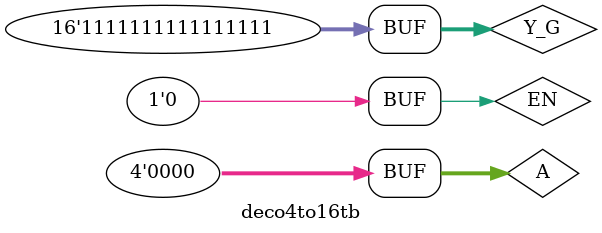
<source format=v>
`timescale 1ns / 1ps


module deco4to16tb;

	// Inputs
	reg [3:0] A;
	reg EN;

	// Outputs
	wire [15:0] Y;

	// Instantiate the Unit Under Test (UUT)
	deco4to16 uut (
		.A(A), 
		.EN(EN), 
		.Y(Y)
	);
	reg [15:0] Y_G;
	initial begin
		// Initialize Inputs
		A = 0;
		EN = 0;
		Y_G = 0;
		// Wait 100 ns for global reset to finish
		#30;
        
		// Add stimulus here
		EN = 1;
		A=5;
		#10;
		A=2;
		#10;
		A=10;
		#10;
		A=15;
		#10;
		A=8;
		#5;
		EN=0;
		#10;
		EN=1;
		A=3;
		#10;
		A=11;
		#10;
		A=14;
		#10;
		A=7;
		#10;
		A=0;
		#10;
		EN=0;
		
		end
		always @ (A,EN) begin : checker
		reg error;
		#1;
		Y_G= ~((1'b1&EN)<<A);
		$display("Y_REF = %d", Y_G);
		$display("Y_UUT = %d", Y);
		error = (Y_G != Y);
		if(error) $display("ERROR expected: %b, found: %b", Y_G,Y);
		$display("************");
		end : checker
      
endmodule


</source>
